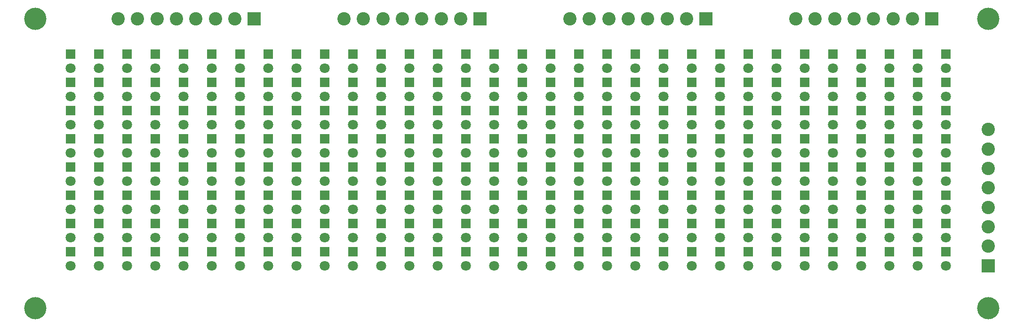
<source format=gts>
G04 #@! TF.GenerationSoftware,KiCad,Pcbnew,(5.1.10)-1*
G04 #@! TF.CreationDate,2023-10-25T13:43:48-04:00*
G04 #@! TF.ProjectId,LED_Matrix_8x32,4c45445f-4d61-4747-9269-785f38783332,rev?*
G04 #@! TF.SameCoordinates,Original*
G04 #@! TF.FileFunction,Soldermask,Top*
G04 #@! TF.FilePolarity,Negative*
%FSLAX46Y46*%
G04 Gerber Fmt 4.6, Leading zero omitted, Abs format (unit mm)*
G04 Created by KiCad (PCBNEW (5.1.10)-1) date 2023-10-25 13:43:48*
%MOMM*%
%LPD*%
G01*
G04 APERTURE LIST*
%ADD10C,4.000000*%
%ADD11C,2.400000*%
%ADD12R,2.400000X2.400000*%
%ADD13C,1.800000*%
%ADD14R,1.800000X1.800000*%
G04 APERTURE END LIST*
D10*
X67945000Y-75565000D03*
X67945000Y-23495000D03*
X239395000Y-23495000D03*
X239395000Y-75565000D03*
D11*
X82815000Y-23495000D03*
X86315000Y-23495000D03*
X89815000Y-23495000D03*
X93315000Y-23495000D03*
X96815000Y-23495000D03*
X100315000Y-23495000D03*
X103815000Y-23495000D03*
D12*
X107315000Y-23495000D03*
D11*
X123455000Y-23495000D03*
X126955000Y-23495000D03*
X130455000Y-23495000D03*
X133955000Y-23495000D03*
X137455000Y-23495000D03*
X140955000Y-23495000D03*
X144455000Y-23495000D03*
D12*
X147955000Y-23495000D03*
D11*
X164095000Y-23495000D03*
X167595000Y-23495000D03*
X171095000Y-23495000D03*
X174595000Y-23495000D03*
X178095000Y-23495000D03*
X181595000Y-23495000D03*
X185095000Y-23495000D03*
D12*
X188595000Y-23495000D03*
D11*
X204735000Y-23495000D03*
X208235000Y-23495000D03*
X211735000Y-23495000D03*
X215235000Y-23495000D03*
X218735000Y-23495000D03*
X222235000Y-23495000D03*
X225735000Y-23495000D03*
D12*
X229235000Y-23495000D03*
D11*
X239395000Y-43445000D03*
X239395000Y-46945000D03*
X239395000Y-50445000D03*
X239395000Y-53945000D03*
X239395000Y-57445000D03*
X239395000Y-60945000D03*
X239395000Y-64445000D03*
D12*
X239395000Y-67945000D03*
D13*
X74295000Y-32385000D03*
D14*
X74295000Y-29845000D03*
D13*
X74295000Y-37465000D03*
D14*
X74295000Y-34925000D03*
D13*
X74295000Y-42545000D03*
D14*
X74295000Y-40005000D03*
D13*
X74295000Y-47625000D03*
D14*
X74295000Y-45085000D03*
D13*
X74295000Y-52705000D03*
D14*
X74295000Y-50165000D03*
D13*
X74295000Y-57785000D03*
D14*
X74295000Y-55245000D03*
D13*
X74295000Y-62865000D03*
D14*
X74295000Y-60325000D03*
D13*
X74295000Y-67945000D03*
D14*
X74295000Y-65405000D03*
D13*
X79375000Y-32385000D03*
D14*
X79375000Y-29845000D03*
D13*
X79375000Y-37465000D03*
D14*
X79375000Y-34925000D03*
D13*
X79375000Y-42545000D03*
D14*
X79375000Y-40005000D03*
D13*
X79375000Y-47625000D03*
D14*
X79375000Y-45085000D03*
D13*
X79375000Y-52705000D03*
D14*
X79375000Y-50165000D03*
D13*
X79375000Y-57785000D03*
D14*
X79375000Y-55245000D03*
D13*
X79375000Y-62865000D03*
D14*
X79375000Y-60325000D03*
D13*
X79375000Y-67945000D03*
D14*
X79375000Y-65405000D03*
D13*
X84455000Y-32385000D03*
D14*
X84455000Y-29845000D03*
D13*
X84455000Y-37465000D03*
D14*
X84455000Y-34925000D03*
D13*
X84455000Y-42545000D03*
D14*
X84455000Y-40005000D03*
D13*
X84455000Y-47625000D03*
D14*
X84455000Y-45085000D03*
D13*
X84455000Y-52705000D03*
D14*
X84455000Y-50165000D03*
D13*
X84455000Y-57785000D03*
D14*
X84455000Y-55245000D03*
D13*
X84455000Y-62865000D03*
D14*
X84455000Y-60325000D03*
D13*
X84455000Y-67945000D03*
D14*
X84455000Y-65405000D03*
D13*
X89535000Y-32385000D03*
D14*
X89535000Y-29845000D03*
D13*
X89535000Y-37465000D03*
D14*
X89535000Y-34925000D03*
D13*
X89535000Y-42545000D03*
D14*
X89535000Y-40005000D03*
D13*
X89535000Y-47625000D03*
D14*
X89535000Y-45085000D03*
D13*
X89535000Y-52705000D03*
D14*
X89535000Y-50165000D03*
D13*
X89535000Y-57785000D03*
D14*
X89535000Y-55245000D03*
D13*
X89535000Y-62865000D03*
D14*
X89535000Y-60325000D03*
D13*
X89535000Y-67945000D03*
D14*
X89535000Y-65405000D03*
D13*
X94615000Y-32385000D03*
D14*
X94615000Y-29845000D03*
D13*
X94615000Y-37465000D03*
D14*
X94615000Y-34925000D03*
D13*
X94615000Y-42545000D03*
D14*
X94615000Y-40005000D03*
D13*
X94615000Y-47625000D03*
D14*
X94615000Y-45085000D03*
D13*
X94615000Y-52705000D03*
D14*
X94615000Y-50165000D03*
D13*
X94615000Y-57785000D03*
D14*
X94615000Y-55245000D03*
D13*
X94615000Y-62865000D03*
D14*
X94615000Y-60325000D03*
D13*
X94615000Y-67945000D03*
D14*
X94615000Y-65405000D03*
D13*
X99695000Y-32385000D03*
D14*
X99695000Y-29845000D03*
D13*
X99695000Y-37465000D03*
D14*
X99695000Y-34925000D03*
D13*
X99695000Y-42545000D03*
D14*
X99695000Y-40005000D03*
D13*
X99695000Y-47625000D03*
D14*
X99695000Y-45085000D03*
D13*
X99695000Y-52705000D03*
D14*
X99695000Y-50165000D03*
D13*
X99695000Y-57785000D03*
D14*
X99695000Y-55245000D03*
D13*
X99695000Y-62865000D03*
D14*
X99695000Y-60325000D03*
D13*
X99695000Y-67945000D03*
D14*
X99695000Y-65405000D03*
D13*
X104775000Y-32385000D03*
D14*
X104775000Y-29845000D03*
D13*
X104775000Y-37465000D03*
D14*
X104775000Y-34925000D03*
D13*
X104775000Y-42545000D03*
D14*
X104775000Y-40005000D03*
D13*
X104775000Y-47625000D03*
D14*
X104775000Y-45085000D03*
D13*
X104775000Y-52705000D03*
D14*
X104775000Y-50165000D03*
D13*
X104775000Y-57785000D03*
D14*
X104775000Y-55245000D03*
D13*
X104775000Y-62865000D03*
D14*
X104775000Y-60325000D03*
D13*
X104775000Y-67945000D03*
D14*
X104775000Y-65405000D03*
D13*
X109855000Y-32385000D03*
D14*
X109855000Y-29845000D03*
D13*
X109855000Y-37465000D03*
D14*
X109855000Y-34925000D03*
D13*
X109855000Y-42545000D03*
D14*
X109855000Y-40005000D03*
D13*
X109855000Y-47625000D03*
D14*
X109855000Y-45085000D03*
D13*
X109855000Y-52705000D03*
D14*
X109855000Y-50165000D03*
D13*
X109855000Y-57785000D03*
D14*
X109855000Y-55245000D03*
D13*
X109855000Y-62865000D03*
D14*
X109855000Y-60325000D03*
D13*
X109855000Y-67945000D03*
D14*
X109855000Y-65405000D03*
D13*
X114935000Y-32385000D03*
D14*
X114935000Y-29845000D03*
D13*
X114935000Y-37465000D03*
D14*
X114935000Y-34925000D03*
D13*
X114935000Y-42545000D03*
D14*
X114935000Y-40005000D03*
D13*
X114935000Y-47625000D03*
D14*
X114935000Y-45085000D03*
D13*
X114935000Y-52705000D03*
D14*
X114935000Y-50165000D03*
D13*
X114935000Y-57785000D03*
D14*
X114935000Y-55245000D03*
D13*
X114935000Y-62865000D03*
D14*
X114935000Y-60325000D03*
D13*
X114935000Y-67945000D03*
D14*
X114935000Y-65405000D03*
D13*
X120015000Y-32385000D03*
D14*
X120015000Y-29845000D03*
D13*
X120015000Y-37465000D03*
D14*
X120015000Y-34925000D03*
D13*
X120015000Y-42545000D03*
D14*
X120015000Y-40005000D03*
D13*
X120015000Y-47625000D03*
D14*
X120015000Y-45085000D03*
D13*
X120015000Y-52705000D03*
D14*
X120015000Y-50165000D03*
D13*
X120015000Y-57785000D03*
D14*
X120015000Y-55245000D03*
D13*
X120015000Y-62865000D03*
D14*
X120015000Y-60325000D03*
D13*
X120015000Y-67945000D03*
D14*
X120015000Y-65405000D03*
D13*
X125095000Y-32385000D03*
D14*
X125095000Y-29845000D03*
D13*
X125095000Y-37465000D03*
D14*
X125095000Y-34925000D03*
D13*
X125095000Y-42545000D03*
D14*
X125095000Y-40005000D03*
D13*
X125095000Y-47625000D03*
D14*
X125095000Y-45085000D03*
D13*
X125095000Y-52705000D03*
D14*
X125095000Y-50165000D03*
D13*
X125095000Y-57785000D03*
D14*
X125095000Y-55245000D03*
D13*
X125095000Y-62865000D03*
D14*
X125095000Y-60325000D03*
D13*
X125095000Y-67945000D03*
D14*
X125095000Y-65405000D03*
D13*
X130175000Y-32385000D03*
D14*
X130175000Y-29845000D03*
D13*
X130175000Y-37465000D03*
D14*
X130175000Y-34925000D03*
D13*
X130175000Y-42545000D03*
D14*
X130175000Y-40005000D03*
D13*
X130175000Y-47625000D03*
D14*
X130175000Y-45085000D03*
D13*
X130175000Y-52705000D03*
D14*
X130175000Y-50165000D03*
D13*
X130175000Y-57785000D03*
D14*
X130175000Y-55245000D03*
D13*
X130175000Y-62865000D03*
D14*
X130175000Y-60325000D03*
D13*
X130175000Y-67945000D03*
D14*
X130175000Y-65405000D03*
D13*
X135255000Y-32385000D03*
D14*
X135255000Y-29845000D03*
D13*
X135255000Y-37465000D03*
D14*
X135255000Y-34925000D03*
D13*
X135255000Y-42545000D03*
D14*
X135255000Y-40005000D03*
D13*
X135255000Y-47625000D03*
D14*
X135255000Y-45085000D03*
D13*
X135255000Y-52705000D03*
D14*
X135255000Y-50165000D03*
D13*
X135255000Y-57785000D03*
D14*
X135255000Y-55245000D03*
D13*
X135255000Y-62865000D03*
D14*
X135255000Y-60325000D03*
D13*
X135255000Y-67945000D03*
D14*
X135255000Y-65405000D03*
D13*
X140335000Y-32385000D03*
D14*
X140335000Y-29845000D03*
D13*
X140335000Y-37465000D03*
D14*
X140335000Y-34925000D03*
D13*
X140335000Y-42545000D03*
D14*
X140335000Y-40005000D03*
D13*
X140335000Y-47625000D03*
D14*
X140335000Y-45085000D03*
D13*
X140335000Y-52705000D03*
D14*
X140335000Y-50165000D03*
D13*
X140335000Y-57785000D03*
D14*
X140335000Y-55245000D03*
D13*
X140335000Y-62865000D03*
D14*
X140335000Y-60325000D03*
D13*
X140335000Y-67945000D03*
D14*
X140335000Y-65405000D03*
D13*
X145415000Y-32385000D03*
D14*
X145415000Y-29845000D03*
D13*
X145415000Y-37465000D03*
D14*
X145415000Y-34925000D03*
D13*
X145415000Y-42545000D03*
D14*
X145415000Y-40005000D03*
D13*
X145415000Y-47625000D03*
D14*
X145415000Y-45085000D03*
D13*
X145415000Y-52705000D03*
D14*
X145415000Y-50165000D03*
D13*
X145415000Y-57785000D03*
D14*
X145415000Y-55245000D03*
D13*
X145415000Y-62865000D03*
D14*
X145415000Y-60325000D03*
D13*
X145415000Y-67945000D03*
D14*
X145415000Y-65405000D03*
D13*
X150495000Y-32385000D03*
D14*
X150495000Y-29845000D03*
D13*
X150495000Y-37465000D03*
D14*
X150495000Y-34925000D03*
D13*
X150495000Y-42545000D03*
D14*
X150495000Y-40005000D03*
D13*
X150495000Y-47625000D03*
D14*
X150495000Y-45085000D03*
D13*
X150495000Y-52705000D03*
D14*
X150495000Y-50165000D03*
D13*
X150495000Y-57785000D03*
D14*
X150495000Y-55245000D03*
D13*
X150495000Y-62865000D03*
D14*
X150495000Y-60325000D03*
D13*
X150495000Y-67945000D03*
D14*
X150495000Y-65405000D03*
D13*
X155575000Y-32385000D03*
D14*
X155575000Y-29845000D03*
D13*
X155575000Y-37465000D03*
D14*
X155575000Y-34925000D03*
D13*
X155575000Y-42545000D03*
D14*
X155575000Y-40005000D03*
D13*
X155575000Y-47625000D03*
D14*
X155575000Y-45085000D03*
D13*
X155575000Y-52705000D03*
D14*
X155575000Y-50165000D03*
D13*
X155575000Y-57785000D03*
D14*
X155575000Y-55245000D03*
D13*
X155575000Y-62865000D03*
D14*
X155575000Y-60325000D03*
D13*
X155575000Y-67945000D03*
D14*
X155575000Y-65405000D03*
D13*
X160655000Y-32385000D03*
D14*
X160655000Y-29845000D03*
D13*
X160655000Y-37465000D03*
D14*
X160655000Y-34925000D03*
D13*
X160655000Y-42545000D03*
D14*
X160655000Y-40005000D03*
D13*
X160655000Y-47625000D03*
D14*
X160655000Y-45085000D03*
D13*
X160655000Y-52705000D03*
D14*
X160655000Y-50165000D03*
D13*
X160655000Y-57785000D03*
D14*
X160655000Y-55245000D03*
D13*
X160655000Y-62865000D03*
D14*
X160655000Y-60325000D03*
D13*
X160655000Y-67945000D03*
D14*
X160655000Y-65405000D03*
D13*
X165735000Y-32385000D03*
D14*
X165735000Y-29845000D03*
D13*
X165735000Y-37465000D03*
D14*
X165735000Y-34925000D03*
D13*
X165735000Y-42545000D03*
D14*
X165735000Y-40005000D03*
D13*
X165735000Y-47625000D03*
D14*
X165735000Y-45085000D03*
D13*
X165735000Y-52705000D03*
D14*
X165735000Y-50165000D03*
D13*
X165735000Y-57785000D03*
D14*
X165735000Y-55245000D03*
D13*
X165735000Y-62865000D03*
D14*
X165735000Y-60325000D03*
D13*
X165735000Y-67945000D03*
D14*
X165735000Y-65405000D03*
D13*
X170815000Y-32385000D03*
D14*
X170815000Y-29845000D03*
D13*
X170815000Y-37465000D03*
D14*
X170815000Y-34925000D03*
D13*
X170815000Y-42545000D03*
D14*
X170815000Y-40005000D03*
D13*
X170815000Y-47625000D03*
D14*
X170815000Y-45085000D03*
D13*
X170815000Y-52705000D03*
D14*
X170815000Y-50165000D03*
D13*
X170815000Y-57785000D03*
D14*
X170815000Y-55245000D03*
D13*
X170815000Y-62865000D03*
D14*
X170815000Y-60325000D03*
D13*
X170815000Y-67945000D03*
D14*
X170815000Y-65405000D03*
D13*
X175895000Y-32385000D03*
D14*
X175895000Y-29845000D03*
D13*
X175895000Y-37465000D03*
D14*
X175895000Y-34925000D03*
D13*
X175895000Y-42545000D03*
D14*
X175895000Y-40005000D03*
D13*
X175895000Y-47625000D03*
D14*
X175895000Y-45085000D03*
D13*
X175895000Y-52705000D03*
D14*
X175895000Y-50165000D03*
D13*
X175895000Y-57785000D03*
D14*
X175895000Y-55245000D03*
D13*
X175895000Y-62865000D03*
D14*
X175895000Y-60325000D03*
D13*
X175895000Y-67945000D03*
D14*
X175895000Y-65405000D03*
D13*
X180975000Y-32385000D03*
D14*
X180975000Y-29845000D03*
D13*
X180975000Y-37465000D03*
D14*
X180975000Y-34925000D03*
D13*
X180975000Y-42545000D03*
D14*
X180975000Y-40005000D03*
D13*
X180975000Y-47625000D03*
D14*
X180975000Y-45085000D03*
D13*
X180975000Y-52705000D03*
D14*
X180975000Y-50165000D03*
D13*
X180975000Y-57785000D03*
D14*
X180975000Y-55245000D03*
D13*
X180975000Y-62865000D03*
D14*
X180975000Y-60325000D03*
D13*
X180975000Y-67945000D03*
D14*
X180975000Y-65405000D03*
D13*
X186055000Y-32385000D03*
D14*
X186055000Y-29845000D03*
D13*
X186055000Y-37465000D03*
D14*
X186055000Y-34925000D03*
D13*
X186055000Y-42545000D03*
D14*
X186055000Y-40005000D03*
D13*
X186055000Y-47625000D03*
D14*
X186055000Y-45085000D03*
D13*
X186055000Y-52705000D03*
D14*
X186055000Y-50165000D03*
D13*
X186055000Y-57785000D03*
D14*
X186055000Y-55245000D03*
D13*
X186055000Y-62865000D03*
D14*
X186055000Y-60325000D03*
D13*
X186055000Y-67945000D03*
D14*
X186055000Y-65405000D03*
D13*
X191135000Y-32385000D03*
D14*
X191135000Y-29845000D03*
D13*
X191135000Y-37465000D03*
D14*
X191135000Y-34925000D03*
D13*
X191135000Y-42545000D03*
D14*
X191135000Y-40005000D03*
D13*
X191135000Y-47625000D03*
D14*
X191135000Y-45085000D03*
D13*
X191135000Y-52705000D03*
D14*
X191135000Y-50165000D03*
D13*
X191135000Y-57785000D03*
D14*
X191135000Y-55245000D03*
D13*
X191135000Y-62865000D03*
D14*
X191135000Y-60325000D03*
D13*
X191135000Y-67945000D03*
D14*
X191135000Y-65405000D03*
D13*
X196215000Y-32385000D03*
D14*
X196215000Y-29845000D03*
D13*
X196215000Y-37465000D03*
D14*
X196215000Y-34925000D03*
D13*
X196215000Y-42545000D03*
D14*
X196215000Y-40005000D03*
D13*
X196215000Y-47625000D03*
D14*
X196215000Y-45085000D03*
D13*
X196215000Y-52705000D03*
D14*
X196215000Y-50165000D03*
D13*
X196215000Y-57785000D03*
D14*
X196215000Y-55245000D03*
D13*
X196215000Y-62865000D03*
D14*
X196215000Y-60325000D03*
D13*
X196215000Y-67945000D03*
D14*
X196215000Y-65405000D03*
D13*
X201295000Y-32385000D03*
D14*
X201295000Y-29845000D03*
D13*
X201295000Y-37465000D03*
D14*
X201295000Y-34925000D03*
D13*
X201295000Y-42545000D03*
D14*
X201295000Y-40005000D03*
D13*
X201295000Y-47625000D03*
D14*
X201295000Y-45085000D03*
D13*
X201295000Y-52705000D03*
D14*
X201295000Y-50165000D03*
D13*
X201295000Y-57785000D03*
D14*
X201295000Y-55245000D03*
D13*
X201295000Y-62865000D03*
D14*
X201295000Y-60325000D03*
D13*
X201295000Y-67945000D03*
D14*
X201295000Y-65405000D03*
D13*
X206375000Y-32385000D03*
D14*
X206375000Y-29845000D03*
D13*
X206375000Y-37465000D03*
D14*
X206375000Y-34925000D03*
D13*
X206375000Y-42545000D03*
D14*
X206375000Y-40005000D03*
D13*
X206375000Y-47625000D03*
D14*
X206375000Y-45085000D03*
D13*
X206375000Y-52705000D03*
D14*
X206375000Y-50165000D03*
D13*
X206375000Y-57785000D03*
D14*
X206375000Y-55245000D03*
D13*
X206375000Y-62865000D03*
D14*
X206375000Y-60325000D03*
D13*
X206375000Y-67945000D03*
D14*
X206375000Y-65405000D03*
D13*
X211455000Y-32385000D03*
D14*
X211455000Y-29845000D03*
D13*
X211455000Y-37465000D03*
D14*
X211455000Y-34925000D03*
D13*
X211455000Y-42545000D03*
D14*
X211455000Y-40005000D03*
D13*
X211455000Y-47625000D03*
D14*
X211455000Y-45085000D03*
D13*
X211455000Y-52705000D03*
D14*
X211455000Y-50165000D03*
D13*
X211455000Y-57785000D03*
D14*
X211455000Y-55245000D03*
D13*
X211455000Y-62865000D03*
D14*
X211455000Y-60325000D03*
D13*
X211455000Y-67945000D03*
D14*
X211455000Y-65405000D03*
D13*
X216535000Y-32385000D03*
D14*
X216535000Y-29845000D03*
D13*
X216535000Y-37465000D03*
D14*
X216535000Y-34925000D03*
D13*
X216535000Y-42545000D03*
D14*
X216535000Y-40005000D03*
D13*
X216535000Y-47625000D03*
D14*
X216535000Y-45085000D03*
D13*
X216535000Y-52705000D03*
D14*
X216535000Y-50165000D03*
D13*
X216535000Y-57785000D03*
D14*
X216535000Y-55245000D03*
D13*
X216535000Y-62865000D03*
D14*
X216535000Y-60325000D03*
D13*
X216535000Y-67945000D03*
D14*
X216535000Y-65405000D03*
D13*
X221615000Y-32385000D03*
D14*
X221615000Y-29845000D03*
D13*
X221615000Y-37465000D03*
D14*
X221615000Y-34925000D03*
D13*
X221615000Y-42545000D03*
D14*
X221615000Y-40005000D03*
D13*
X221615000Y-47625000D03*
D14*
X221615000Y-45085000D03*
D13*
X221615000Y-52705000D03*
D14*
X221615000Y-50165000D03*
D13*
X221615000Y-57785000D03*
D14*
X221615000Y-55245000D03*
D13*
X221615000Y-62865000D03*
D14*
X221615000Y-60325000D03*
D13*
X221615000Y-67945000D03*
D14*
X221615000Y-65405000D03*
D13*
X226695000Y-32385000D03*
D14*
X226695000Y-29845000D03*
D13*
X226695000Y-37465000D03*
D14*
X226695000Y-34925000D03*
D13*
X226695000Y-42545000D03*
D14*
X226695000Y-40005000D03*
D13*
X226695000Y-47625000D03*
D14*
X226695000Y-45085000D03*
D13*
X226695000Y-52705000D03*
D14*
X226695000Y-50165000D03*
D13*
X226695000Y-57785000D03*
D14*
X226695000Y-55245000D03*
D13*
X226695000Y-62865000D03*
D14*
X226695000Y-60325000D03*
D13*
X226695000Y-67945000D03*
D14*
X226695000Y-65405000D03*
D13*
X231775000Y-32385000D03*
D14*
X231775000Y-29845000D03*
D13*
X231775000Y-37465000D03*
D14*
X231775000Y-34925000D03*
D13*
X231775000Y-42545000D03*
D14*
X231775000Y-40005000D03*
D13*
X231775000Y-47625000D03*
D14*
X231775000Y-45085000D03*
D13*
X231775000Y-52705000D03*
D14*
X231775000Y-50165000D03*
D13*
X231775000Y-57785000D03*
D14*
X231775000Y-55245000D03*
D13*
X231775000Y-62865000D03*
D14*
X231775000Y-60325000D03*
D13*
X231775000Y-67945000D03*
D14*
X231775000Y-65405000D03*
M02*

</source>
